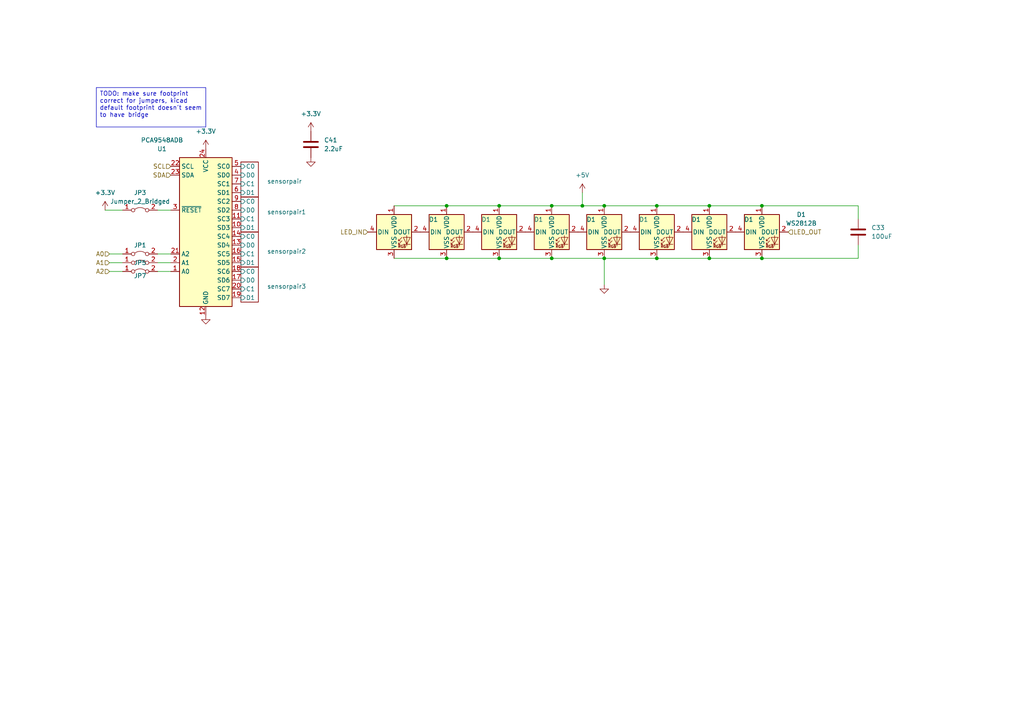
<source format=kicad_sch>
(kicad_sch (version 20230121) (generator eeschema)
  (paper "A4")
  (lib_symbols
    (symbol "Device:C" (pin_numbers hide) (pin_names (offset 0.254))
      (property "Reference" "C" (at 0.635 2.54 0))
      (property "Value" "C" (at 0.635 -2.54 0))
      (symbol "C_0_1"
        (polyline (pts (xy -2.032 -0.762) (xy 2.032 -0.762)) (stroke (width 0.508)))
        (polyline (pts (xy -2.032 0.762) (xy 2.032 0.762)) (stroke (width 0.508)))
      )
      (symbol "C_1_1"
        (pin passive line (at 0 3.81 270) (length 2.794) (name "~") (number "1"))
        (pin passive line (at 0 -3.81 90) (length 2.794) (name "~") (number "2"))
      )
    )
    (symbol "Interface_Expansion:PCA9548ADB"
      (property "Reference" "U" (at -7.62 21.59 0))
      (property "Value" "PCA9548ADB" (at 1.016 21.59 0))
      (symbol "PCA9548ADB_0_1"
        (rectangle (start -7.62 20.32) (end 7.62 -22.86) (stroke (width 0.254)) (fill (type background)))
      )
      (symbol "PCA9548ADB_1_1"
        (pin input line (at -10.16 -12.7 0) (length 2.54) (name "A0") (number "1"))
        (pin bidirectional line (at 10.16 0 180) (length 2.54) (name "SD3") (number "10"))
        (pin output line (at 10.16 2.54 180) (length 2.54) (name "SC3") (number "11"))
        (pin power_in line (at 0 -25.4 90) (length 2.54) (name "GND") (number "12"))
        (pin bidirectional line (at 10.16 -5.08 180) (length 2.54) (name "SD4") (number "13"))
        (pin output line (at 10.16 -2.54 180) (length 2.54) (name "SC4") (number "14"))
        (pin bidirectional line (at 10.16 -10.16 180) (length 2.54) (name "SD5") (number "15"))
        (pin output line (at 10.16 -7.62 180) (length 2.54) (name "SC5") (number "16"))
        (pin bidirectional line (at 10.16 -15.24 180) (length 2.54) (name "SD6") (number "17"))
        (pin output line (at 10.16 -12.7 180) (length 2.54) (name "SC6") (number "18"))
        (pin bidirectional line (at 10.16 -20.32 180) (length 2.54) (name "SD7") (number "19"))
        (pin input line (at -10.16 -10.16 0) (length 2.54) (name "A1") (number "2"))
        (pin output line (at 10.16 -17.78 180) (length 2.54) (name "SC7") (number "20"))
        (pin input line (at -10.16 -7.62 0) (length 2.54) (name "A2") (number "21"))
        (pin input line (at -10.16 17.78 0) (length 2.54) (name "SCL") (number "22"))
        (pin bidirectional line (at -10.16 15.24 0) (length 2.54) (name "SDA") (number "23"))
        (pin power_in line (at 0 22.86 270) (length 2.54) (name "VCC") (number "24"))
        (pin input line (at -10.16 5.08 0) (length 2.54) (name "~{RESET}") (number "3"))
        (pin bidirectional line (at 10.16 15.24 180) (length 2.54) (name "SD0") (number "4"))
        (pin output line (at 10.16 17.78 180) (length 2.54) (name "SC0") (number "5"))
        (pin bidirectional line (at 10.16 10.16 180) (length 2.54) (name "SD1") (number "6"))
        (pin output line (at 10.16 12.7 180) (length 2.54) (name "SC1") (number "7"))
        (pin bidirectional line (at 10.16 5.08 180) (length 2.54) (name "SD2") (number "8"))
        (pin output line (at 10.16 7.62 180) (length 2.54) (name "SC2") (number "9"))
      )
    )
    (symbol "Jumper:Jumper_2_Bridged" (pin_names (offset 0) hide)
      (property "Reference" "JP" (at 0 1.905 0))
      (property "Value" "Jumper_2_Bridged" (at 0 -2.54 0))
      (symbol "Jumper_2_Bridged_0_0"
        (circle (center -2.032 0) (radius 0.508))
        (circle (center 2.032 0) (radius 0.508))
      )
      (symbol "Jumper_2_Bridged_0_1"
        (arc (start 1.524 0.254) (mid 0 0.762) (end -1.524 0.254))
      )
      (symbol "Jumper_2_Bridged_1_1"
        (pin passive line (at -5.08 0 0) (length 2.54) (name "A") (number "1"))
        (pin passive line (at 5.08 0 180) (length 2.54) (name "B") (number "2"))
      )
    )
    (symbol "LED:WS2812B" (pin_names (offset 0.254))
      (property "Reference" "D" (at 5.08 5.715 0))
      (property "Value" "WS2812B" (at 1.27 -5.715 0))
      (symbol "WS2812B_0_0"
        (text "RGB" (at 2.286 -4.191 0) (effects (font (size 0.762 0.762))))
      )
      (symbol "WS2812B_0_1"
        (polyline (pts (xy 1.27 -3.556) (xy 1.778 -3.556)))
        (polyline (pts (xy 1.27 -2.54) (xy 1.778 -2.54)))
        (polyline (pts (xy 4.699 -3.556) (xy 2.667 -3.556)))
        (polyline (pts (xy 2.286 -2.54) (xy 1.27 -3.556) (xy 1.27 -3.048)))
        (polyline (pts (xy 2.286 -1.524) (xy 1.27 -2.54) (xy 1.27 -2.032)))
        (polyline (pts (xy 3.683 -1.016) (xy 3.683 -3.556) (xy 3.683 -4.064)))
        (polyline (pts (xy 4.699 -1.524) (xy 2.667 -1.524) (xy 3.683 -3.556) (xy 4.699 -1.524)))
        (rectangle (start 5.08 5.08) (end -5.08 -5.08) (stroke (width 0.254)) (fill (type background)))
      )
      (symbol "WS2812B_1_1"
        (pin power_in line (at 0 7.62 270) (length 2.54) (name "VDD") (number "1"))
        (pin output line (at 7.62 0 180) (length 2.54) (name "DOUT") (number "2"))
        (pin power_in line (at 0 -7.62 90) (length 2.54) (name "VSS") (number "3"))
        (pin input line (at -7.62 0 0) (length 2.54) (name "DIN") (number "4"))
      )
    )
    (symbol "power:+3.3V" (power) (pin_names (offset 0))
      (property "Value" "+3.3V" (at 0 3.556 0))
      (symbol "+3.3V_0_1"
        (polyline (pts (xy -0.762 1.27) (xy 0 2.54)))
        (polyline (pts (xy 0 0) (xy 0 2.54)))
        (polyline (pts (xy 0 2.54) (xy 0.762 1.27)))
      )
      (symbol "+3.3V_1_1"
        (pin power_in line (at 0 0 90) (length 0) hide (name "+3.3V") (number "1"))
      )
    )
    (symbol "power:+5V" (power) (pin_names (offset 0))
      (property "Value" "+5V" (at 0 3.556 0))
      (symbol "+5V_0_1"
        (polyline (pts (xy -0.762 1.27) (xy 0 2.54)))
        (polyline (pts (xy 0 0) (xy 0 2.54)))
        (polyline (pts (xy 0 2.54) (xy 0.762 1.27)))
      )
      (symbol "+5V_1_1"
        (pin power_in line (at 0 0 90) (length 0) hide (name "+5V") (number "1"))
      )
    )
    (symbol "power:GND" (power) (pin_names (offset 0))
      (property "Value" "GND" (at 0 -3.81 0))
      (symbol "GND_0_1"
        (polyline (pts (xy 0 0) (xy 0 -1.27) (xy 1.27 -1.27) (xy 0 -2.54) (xy -1.27 -1.27) (xy 0 -1.27)))
      )
      (symbol "GND_1_1"
        (pin power_in line (at 0 0 270) (length 0) hide (name "GND") (number "1"))
      )
    )
  )
  (junction (at 205.74 59.69))
  (junction (at 160.02 59.69))
  (junction (at 190.5 59.69))
  (junction (at 175.26 59.69))
  (junction (at 168.91 59.69))
  (junction (at 205.74 74.93))
  (junction (at 160.02 74.93))
  (junction (at 220.98 59.69))
  (junction (at 175.26 74.93))
  (junction (at 144.78 59.69))
  (junction (at 129.54 59.69))
  (junction (at 144.78 74.93))
  (junction (at 220.98 74.93))
  (junction (at 129.54 74.93))
  (junction (at 190.5 74.93))
  (wire (pts (xy 248.92 59.69) (xy 248.92 63.5)))
  (wire (pts (xy 160.02 74.93) (xy 175.26 74.93)))
  (wire (pts (xy 45.72 60.96) (xy 49.53 60.96)))
  (wire (pts (xy 220.98 59.69) (xy 248.92 59.69)))
  (wire (pts (xy 168.91 55.88) (xy 168.91 59.69)))
  (wire (pts (xy 31.75 73.66) (xy 35.56 73.66)))
  (wire (pts (xy 248.92 74.93) (xy 220.98 74.93)))
  (wire (pts (xy 144.78 74.93) (xy 160.02 74.93)))
  (wire (pts (xy 114.3 74.93) (xy 129.54 74.93)))
  (wire (pts (xy 205.74 59.69) (xy 220.98 59.69)))
  (wire (pts (xy 175.26 59.69) (xy 190.5 59.69)))
  (wire (pts (xy 45.72 76.2) (xy 49.53 76.2)))
  (wire (pts (xy 31.75 78.74) (xy 35.56 78.74)))
  (wire (pts (xy 190.5 59.69) (xy 205.74 59.69)))
  (wire (pts (xy 45.72 73.66) (xy 49.53 73.66)))
  (wire (pts (xy 144.78 59.69) (xy 160.02 59.69)))
  (wire (pts (xy 114.3 59.69) (xy 129.54 59.69)))
  (wire (pts (xy 175.26 74.93) (xy 175.26 82.55)))
  (wire (pts (xy 31.75 76.2) (xy 35.56 76.2)))
  (wire (pts (xy 175.26 74.93) (xy 190.5 74.93)))
  (wire (pts (xy 160.02 59.69) (xy 168.91 59.69)))
  (wire (pts (xy 168.91 59.69) (xy 175.26 59.69)))
  (wire (pts (xy 129.54 74.93) (xy 144.78 74.93)))
  (wire (pts (xy 190.5 74.93) (xy 205.74 74.93)))
  (wire (pts (xy 205.74 74.93) (xy 220.98 74.93)))
  (wire (pts (xy 45.72 78.74) (xy 49.53 78.74)))
  (wire (pts (xy 129.54 59.69) (xy 144.78 59.69)))
  (wire (pts (xy 248.92 71.12) (xy 248.92 74.93)))
  (wire (pts (xy 30.48 60.96) (xy 35.56 60.96)))
  (text_box "TODO: make sure footprint correct for jumpers, kicad default footprint doesn't seem to have bridge" (at 27.94 25.4 0) (size 31.75 11.43) (effects (font (size 1.27 1.27)) (justify left top)))
  (hierarchical_label "LED_OUT" (shape input) (at 228.6 67.31 0))
  (hierarchical_label "SCL" (shape input) (at 49.53 48.26 180))
  (hierarchical_label "A2" (shape input) (at 31.75 78.74 180))
  (hierarchical_label "LED_IN" (shape input) (at 106.68 67.31 180))
  (hierarchical_label "SDA" (shape input) (at 49.53 50.8 180))
  (hierarchical_label "A1" (shape input) (at 31.75 76.2 180))
  (hierarchical_label "A0" (shape input) (at 31.75 73.66 180))
  (symbol (lib_id "LED:WS2812B") (at 144.78 67.31 0) (unit 1)
    (property "Reference" "D1" (at 156.21 63.6621 0))
    (property "Value" "WS2812B" (effects hide))
    (property "Footprint" "LED_SMD:LED_WS2812B_PLCC4_5.0x5.0mm_P3.2mm" (effects hide))
    (property "Datasheet" "https://cdn-shop.adafruit.com/datasheets/WS2812B.pdf" (effects hide))
    (instances (project "chessbot" (path "" (reference "D1") (unit 1)) (path "" (reference "D3") (unit 1)) (path "" (reference "D11") (unit 1)) (path "" (reference "D19") (unit 1)) (path "" (reference "D27") (unit 1)) (path "" (reference "D35") (unit 1)) (path "" (reference "D43") (unit 1)) (path "" (reference "D51") (unit 1)) (path "" (reference "D59") (unit 1))))
  )
  (symbol (lib_id "power:+3.3V") (at 90.17 38.1 0) (unit 1)
    (property "Reference" "#PWR022" (effects hide))
    (property "Value" "+3.3V" (at 90.17 33.02 0))
    (instances (project "chessbot" (path "" (reference "#PWR0194") (unit 1)) (path "" (reference "#PWR0195") (unit 1)) (path "" (reference "#PWR0196") (unit 1)) (path "" (reference "#PWR0197") (unit 1)) (path "" (reference "#PWR0198") (unit 1)) (path "" (reference "#PWR0199") (unit 1)) (path "" (reference "#PWR0200") (unit 1)) (path "" (reference "#PWR0201") (unit 1))))
  )
  (symbol (lib_id "power:+3.3V") (at 59.69 43.18 0) (unit 1)
    (property "Reference" "#PWR022" (effects hide))
    (property "Value" "+3.3V" (at 59.69 38.1 0))
    (instances (project "chessbot" (path "" (reference "#PWR05") (unit 1)) (path "" (reference "#PWR021") (unit 1)) (path "" (reference "#PWR050") (unit 1)) (path "" (reference "#PWR078") (unit 1)) (path "" (reference "#PWR0102") (unit 1)) (path "" (reference "#PWR0126") (unit 1)) (path "" (reference "#PWR0150") (unit 1)) (path "" (reference "#PWR0174") (unit 1))))
  )
  (symbol (lib_id "Jumper:Jumper_2_Bridged") (at 40.64 78.74 0) (unit 1)
    (property "Reference" "JP7" (at 40.64 80.01 0))
    (property "Value" "Jumper_2_Bridged" (effects hide))
    (instances (project "chessbot" (path "" (reference "JP7") (unit 1)) (path "" (reference "JP8") (unit 1)) (path "" (reference "JP12") (unit 1)) (path "" (reference "JP16") (unit 1)) (path "" (reference "JP20") (unit 1)) (path "" (reference "JP24") (unit 1)) (path "" (reference "JP28") (unit 1)) (path "" (reference "JP32") (unit 1))))
  )
  (symbol (lib_id "Interface_Expansion:PCA9548ADB") (at 59.69 66.04 0) (unit 1)
    (property "Reference" "U1" (at 46.99 43.18 0))
    (property "Value" "PCA9548ADB" (at 46.99 40.64 0))
    (property "Footprint" "Package_SO:SSOP-24_5.3x8.2mm_P0.65mm" (effects hide))
    (property "Datasheet" "http://www.ti.com/lit/ds/symlink/pca9548a.pdf" (effects hide))
    (instances (project "chessbot" (path "" (reference "U1") (unit 1)) (path "" (reference "U3") (unit 1)) (path "" (reference "U10") (unit 1)) (path "" (reference "U19") (unit 1)) (path "" (reference "U28") (unit 1)) (path "" (reference "U37") (unit 1)) (path "" (reference "U46") (unit 1)) (path "" (reference "U55") (unit 1)) (path "" (reference "U64") (unit 1))))
  )
  (symbol (lib_id "Jumper:Jumper_2_Bridged") (at 40.64 60.96 0) (unit 1)
    (property "Reference" "JP3" (at 40.64 55.88 0))
    (property "Value" "Jumper_2_Bridged" (at 40.64 58.42 0))
    (instances (project "chessbot" (path "" (reference "JP3") (unit 1)) (path "" (reference "JP4") (unit 1)) (path "" (reference "JP9") (unit 1)) (path "" (reference "JP13") (unit 1)) (path "" (reference "JP17") (unit 1)) (path "" (reference "JP21") (unit 1)) (path "" (reference "JP25") (unit 1)) (path "" (reference "JP29") (unit 1))))
  )
  (symbol (lib_id "power:GND") (at 59.69 91.44 0) (unit 1)
    (property "Reference" "#PWR016" (effects hide))
    (property "Value" "GND" (effects hide))
    (instances (project "chessbot" (path "" (reference "#PWR06") (unit 1)) (path "" (reference "#PWR022") (unit 1)) (path "" (reference "#PWR051") (unit 1)) (path "" (reference "#PWR079") (unit 1)) (path "" (reference "#PWR0103") (unit 1)) (path "" (reference "#PWR0127") (unit 1)) (path "" (reference "#PWR0151") (unit 1)) (path "" (reference "#PWR0175") (unit 1))))
  )
  (symbol (lib_id "Jumper:Jumper_2_Bridged") (at 40.64 73.66 0) (unit 1)
    (property "Reference" "JP1" (at 40.64 71.12 0))
    (property "Value" "Jumper_2_Bridged" (effects hide))
    (instances (project "chessbot" (path "" (reference "JP1") (unit 1)) (path "" (reference "JP2") (unit 1)) (path "" (reference "JP10") (unit 1)) (path "" (reference "JP14") (unit 1)) (path "" (reference "JP18") (unit 1)) (path "" (reference "JP22") (unit 1)) (path "" (reference "JP26") (unit 1)) (path "" (reference "JP30") (unit 1))))
  )
  (symbol (lib_id "LED:WS2812B") (at 220.98 67.31 0) (unit 1)
    (property "Reference" "D1" (at 232.41 62.23 0))
    (property "Value" "WS2812B" (at 232.41 64.77 0))
    (property "Footprint" "LED_SMD:LED_WS2812B_PLCC4_5.0x5.0mm_P3.2mm" (effects hide))
    (property "Datasheet" "https://cdn-shop.adafruit.com/datasheets/WS2812B.pdf" (effects hide))
    (instances (project "chessbot" (path "" (reference "D1") (unit 1)) (path "" (reference "D8") (unit 1)) (path "" (reference "D16") (unit 1)) (path "" (reference "D24") (unit 1)) (path "" (reference "D32") (unit 1)) (path "" (reference "D40") (unit 1)) (path "" (reference "D48") (unit 1)) (path "" (reference "D56") (unit 1)) (path "" (reference "D64") (unit 1))))
  )
  (symbol (lib_id "power:GND") (at 90.17 45.72 0) (unit 1)
    (property "Reference" "#PWR016" (effects hide))
    (property "Value" "GND" (effects hide))
    (instances (project "chessbot" (path "" (reference "#PWR0202") (unit 1)) (path "" (reference "#PWR0203") (unit 1)) (path "" (reference "#PWR0204") (unit 1)) (path "" (reference "#PWR0205") (unit 1)) (path "" (reference "#PWR0206") (unit 1)) (path "" (reference "#PWR0207") (unit 1)) (path "" (reference "#PWR0208") (unit 1)) (path "" (reference "#PWR0209") (unit 1))))
  )
  (symbol (lib_id "LED:WS2812B") (at 114.3 67.31 0) (unit 1)
    (property "Reference" "D1" (at 125.73 63.6621 0))
    (property "Value" "WS2812B" (effects hide))
    (property "Footprint" "LED_SMD:LED_WS2812B_PLCC4_5.0x5.0mm_P3.2mm" (effects hide))
    (property "Datasheet" "https://cdn-shop.adafruit.com/datasheets/WS2812B.pdf" (effects hide))
    (instances (project "chessbot" (path "" (reference "D1") (unit 1)) (path "" (reference "D1") (unit 1)) (path "" (reference "D9") (unit 1)) (path "" (reference "D17") (unit 1)) (path "" (reference "D25") (unit 1)) (path "" (reference "D33") (unit 1)) (path "" (reference "D41") (unit 1)) (path "" (reference "D49") (unit 1)) (path "" (reference "D57") (unit 1))))
  )
  (symbol (lib_id "power:+5V") (at 168.91 55.88 0) (unit 1)
    (property "Reference" "#PWR09" (effects hide))
    (property "Value" "+5V" (at 168.91 50.8 0))
    (instances (project "chessbot" (path "" (reference "#PWR07") (unit 1)) (path "" (reference "#PWR023") (unit 1)) (path "" (reference "#PWR052") (unit 1)) (path "" (reference "#PWR080") (unit 1)) (path "" (reference "#PWR0104") (unit 1)) (path "" (reference "#PWR0128") (unit 1)) (path "" (reference "#PWR0152") (unit 1)) (path "" (reference "#PWR0176") (unit 1))))
  )
  (symbol (lib_id "LED:WS2812B") (at 129.54 67.31 0) (unit 1)
    (property "Reference" "D1" (at 140.97 63.6621 0))
    (property "Value" "WS2812B" (effects hide))
    (property "Footprint" "LED_SMD:LED_WS2812B_PLCC4_5.0x5.0mm_P3.2mm" (effects hide))
    (property "Datasheet" "https://cdn-shop.adafruit.com/datasheets/WS2812B.pdf" (effects hide))
    (instances (project "chessbot" (path "" (reference "D1") (unit 1)) (path "" (reference "D2") (unit 1)) (path "" (reference "D10") (unit 1)) (path "" (reference "D18") (unit 1)) (path "" (reference "D26") (unit 1)) (path "" (reference "D34") (unit 1)) (path "" (reference "D42") (unit 1)) (path "" (reference "D50") (unit 1)) (path "" (reference "D58") (unit 1))))
  )
  (symbol (lib_id "Device:C") (at 90.17 41.91 0) (unit 1)
    (property "Reference" "C41" (at 93.98 40.64 0) (effects (justify left)))
    (property "Value" "2.2uF" (at 93.98 43.18 0) (effects (justify left)))
    (instances (project "chessbot" (path "" (reference "C41") (unit 1)) (path "" (reference "C42") (unit 1)) (path "" (reference "C43") (unit 1)) (path "" (reference "C44") (unit 1)) (path "" (reference "C45") (unit 1)) (path "" (reference "C46") (unit 1)) (path "" (reference "C47") (unit 1)) (path "" (reference "C48") (unit 1))))
  )
  (symbol (lib_id "Device:C") (at 248.92 67.31 0) (unit 1)
    (property "Reference" "C33" (at 252.73 66.04 0) (effects (justify left)))
    (property "Value" "100uF" (at 252.73 68.58 0) (effects (justify left)))
    (instances (project "chessbot" (path "" (reference "C33") (unit 1)) (path "" (reference "C34") (unit 1)) (path "" (reference "C35") (unit 1)) (path "" (reference "C36") (unit 1)) (path "" (reference "C37") (unit 1)) (path "" (reference "C38") (unit 1)) (path "" (reference "C39") (unit 1)) (path "" (reference "C40") (unit 1))))
  )
  (symbol (lib_id "LED:WS2812B") (at 160.02 67.31 0) (unit 1)
    (property "Reference" "D1" (at 171.45 63.6621 0))
    (property "Value" "WS2812B" (effects hide))
    (property "Footprint" "LED_SMD:LED_WS2812B_PLCC4_5.0x5.0mm_P3.2mm" (effects hide))
    (property "Datasheet" "https://cdn-shop.adafruit.com/datasheets/WS2812B.pdf" (effects hide))
    (instances (project "chessbot" (path "" (reference "D1") (unit 1)) (path "" (reference "D4") (unit 1)) (path "" (reference "D12") (unit 1)) (path "" (reference "D20") (unit 1)) (path "" (reference "D28") (unit 1)) (path "" (reference "D36") (unit 1)) (path "" (reference "D44") (unit 1)) (path "" (reference "D52") (unit 1)) (path "" (reference "D60") (unit 1))))
  )
  (symbol (lib_id "LED:WS2812B") (at 175.26 67.31 0) (unit 1)
    (property "Reference" "D1" (at 186.69 63.6621 0))
    (property "Value" "WS2812B" (effects hide))
    (property "Footprint" "LED_SMD:LED_WS2812B_PLCC4_5.0x5.0mm_P3.2mm" (effects hide))
    (property "Datasheet" "https://cdn-shop.adafruit.com/datasheets/WS2812B.pdf" (effects hide))
    (instances (project "chessbot" (path "" (reference "D1") (unit 1)) (path "" (reference "D5") (unit 1)) (path "" (reference "D13") (unit 1)) (path "" (reference "D21") (unit 1)) (path "" (reference "D29") (unit 1)) (path "" (reference "D37") (unit 1)) (path "" (reference "D45") (unit 1)) (path "" (reference "D53") (unit 1)) (path "" (reference "D61") (unit 1))))
  )
  (symbol (lib_id "Jumper:Jumper_2_Bridged") (at 40.64 76.2 0) (unit 1)
    (property "Reference" "JP5" (at 40.64 76.2 0))
    (property "Value" "Jumper_2_Bridged" (effects hide))
    (instances (project "chessbot" (path "" (reference "JP5") (unit 1)) (path "" (reference "JP6") (unit 1)) (path "" (reference "JP11") (unit 1)) (path "" (reference "JP15") (unit 1)) (path "" (reference "JP19") (unit 1)) (path "" (reference "JP23") (unit 1)) (path "" (reference "JP27") (unit 1)) (path "" (reference "JP31") (unit 1))))
  )
  (symbol (lib_id "LED:WS2812B") (at 190.5 67.31 0) (unit 1)
    (property "Reference" "D1" (at 201.93 63.6621 0))
    (property "Value" "WS2812B" (effects hide))
    (property "Footprint" "LED_SMD:LED_WS2812B_PLCC4_5.0x5.0mm_P3.2mm" (effects hide))
    (property "Datasheet" "https://cdn-shop.adafruit.com/datasheets/WS2812B.pdf" (effects hide))
    (instances (project "chessbot" (path "" (reference "D1") (unit 1)) (path "" (reference "D6") (unit 1)) (path "" (reference "D14") (unit 1)) (path "" (reference "D22") (unit 1)) (path "" (reference "D30") (unit 1)) (path "" (reference "D38") (unit 1)) (path "" (reference "D46") (unit 1)) (path "" (reference "D54") (unit 1)) (path "" (reference "D62") (unit 1))))
  )
  (symbol (lib_id "power:+3.3V") (at 30.48 60.96 0) (unit 1)
    (property "Reference" "#PWR022" (effects hide))
    (property "Value" "+3.3V" (at 30.48 55.88 0))
    (instances (project "chessbot" (path "" (reference "#PWR042") (unit 1)) (path "" (reference "#PWR043") (unit 1)) (path "" (reference "#PWR049") (unit 1)) (path "" (reference "#PWR077") (unit 1)) (path "" (reference "#PWR0101") (unit 1)) (path "" (reference "#PWR0125") (unit 1)) (path "" (reference "#PWR0149") (unit 1)) (path "" (reference "#PWR0173") (unit 1))))
  )
  (symbol (lib_id "LED:WS2812B") (at 205.74 67.31 0) (unit 1)
    (property "Reference" "D1" (at 217.17 63.6621 0))
    (property "Value" "WS2812B" (effects hide))
    (property "Footprint" "LED_SMD:LED_WS2812B_PLCC4_5.0x5.0mm_P3.2mm" (effects hide))
    (property "Datasheet" "https://cdn-shop.adafruit.com/datasheets/WS2812B.pdf" (effects hide))
    (instances (project "chessbot" (path "" (reference "D1") (unit 1)) (path "" (reference "D7") (unit 1)) (path "" (reference "D15") (unit 1)) (path "" (reference "D23") (unit 1)) (path "" (reference "D31") (unit 1)) (path "" (reference "D39") (unit 1)) (path "" (reference "D47") (unit 1)) (path "" (reference "D55") (unit 1)) (path "" (reference "D63") (unit 1))))
  )
  (symbol (lib_id "power:GND") (at 175.26 82.55 0) (unit 1)
    (property "Reference" "#PWR014" (effects hide))
    (property "Value" "GND" (effects hide))
    (instances (project "chessbot" (path "" (reference "#PWR08") (unit 1)) (path "" (reference "#PWR024") (unit 1)) (path "" (reference "#PWR053") (unit 1)) (path "" (reference "#PWR081") (unit 1)) (path "" (reference "#PWR0105") (unit 1)) (path "" (reference "#PWR0129") (unit 1)) (path "" (reference "#PWR0153") (unit 1)) (path "" (reference "#PWR0177") (unit 1))))
  )
  (sheet (at 69.85 57.15) (size 5.08 10.16) (stroke (width 0.1524))
    (property "Sheetname" "sensorpair1" (at 77.47 62.23 0) (effects (justify left bottom)))
    (property "Sheetfile" "sensorpair.kicad_sch" (effects hide))
    (pin "C1" input (at 69.85 63.5 180))
    (pin "D1" input (at 69.85 66.04 180))
    (pin "C0" input (at 69.85 58.42 180))
    (pin "D0" input (at 69.85 60.96 180))
  )
  (sheet (at 69.85 77.47) (size 5.08 10.16) (stroke (width 0.1524))
    (property "Sheetname" "sensorpair3" (at 77.47 83.82 0) (effects (justify left bottom)))
    (property "Sheetfile" "sensorpair.kicad_sch" (effects hide))
    (pin "C1" input (at 69.85 83.82 180))
    (pin "D1" input (at 69.85 86.36 180))
    (pin "C0" input (at 69.85 78.74 180))
    (pin "D0" input (at 69.85 81.28 180))
  )
  (sheet (at 69.85 67.31) (size 5.08 10.16) (stroke (width 0.1524))
    (property "Sheetname" "sensorpair2" (at 77.47 73.66 0) (effects (justify left bottom)))
    (property "Sheetfile" "sensorpair.kicad_sch" (effects hide))
    (pin "C1" input (at 69.85 73.66 180))
    (pin "D1" input (at 69.85 76.2 180))
    (pin "C0" input (at 69.85 68.58 180))
    (pin "D0" input (at 69.85 71.12 180))
  )
  (sheet (at 69.85 46.99) (size 5.08 10.16) (stroke (width 0.1524))
    (property "Sheetname" "sensorpair" (at 77.47 53.34 0) (effects (justify left bottom)))
    (property "Sheetfile" "sensorpair.kicad_sch" (effects hide))
    (pin "C1" input (at 69.85 53.34 180))
    (pin "D1" input (at 69.85 55.88 180))
    (pin "C0" input (at 69.85 48.26 180))
    (pin "D0" input (at 69.85 50.8 180))
  )
)
</source>
